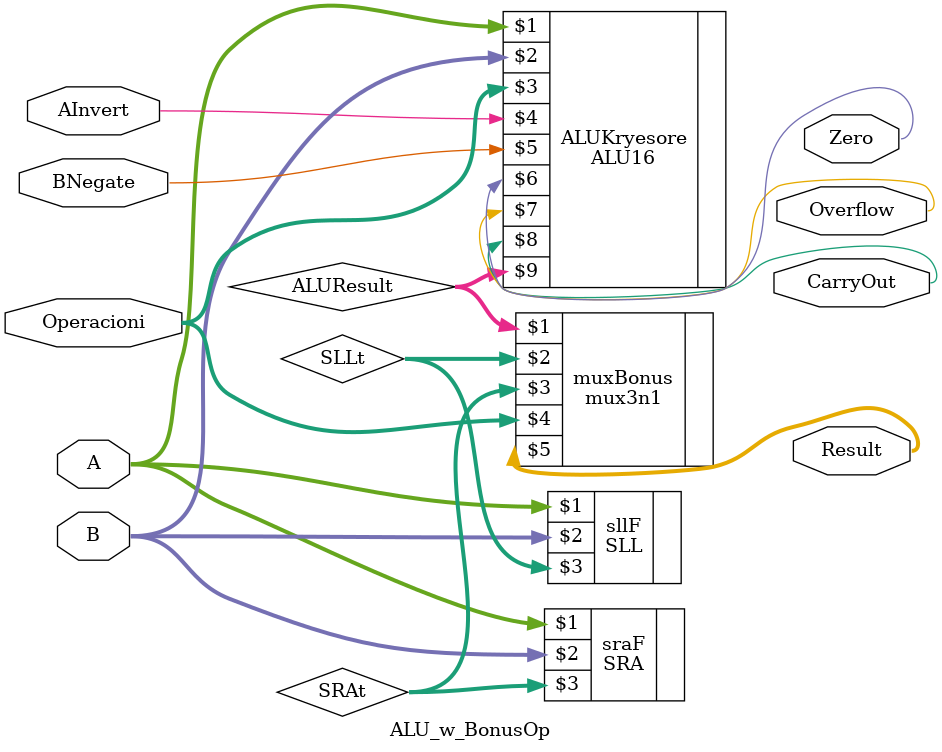
<source format=v>
`timescale 1ns / 1ps


module ALU_w_BonusOp(
    input [15:0] A,
    input [15:0] B,
    input [2:0] Operacioni,
    input AInvert,
    input BNegate,
    output Zero,
    output Overflow,
    output CarryOut,
    output [15:0] Result
    );
    
    wire[15:0] ALUResult;
    wire[15:0] SLLt;
    wire[15:0] SRAt;
    
    ALU16 ALUKryesore (A, B, Operacioni, AInvert, BNegate, Zero, Overflow, CarryOut, ALUResult);
    
    SLL sllF (A, B, SLLt);
    SRA sraF (A, B, SRAt);
    
    mux3n1 muxBonus (ALUResult, SLLt, SRAt, Operacioni, Result);
    
endmodule

</source>
